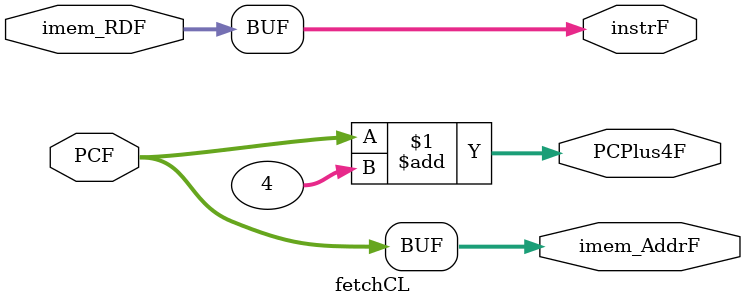
<source format=sv>
module fetchCL (
    input logic[31:0] PCF,
    output logic[31:0] instrF,
    output logic[31:0] PCPlus4F,
    
    // Instruction memory interface
    output logic[31:0] imem_AddrF,
    input logic[31:0] imem_RDF
);

assign imem_AddrF = PCF;
assign PCPlus4F = PCF + 4;
assign instrF = imem_RDF;

endmodule

</source>
